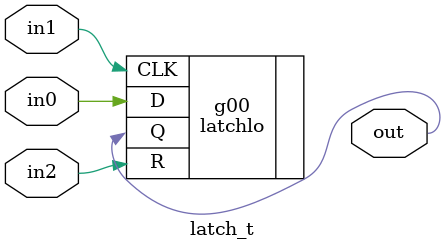
<source format=v>
module latch_t (
    in0, in1, in2, out
);

    input in0, in1, in2;
    output out;

    latchlo g00 (.D(in0), .CLK(in1), .R(in2), .Q(out));

endmodule

</source>
